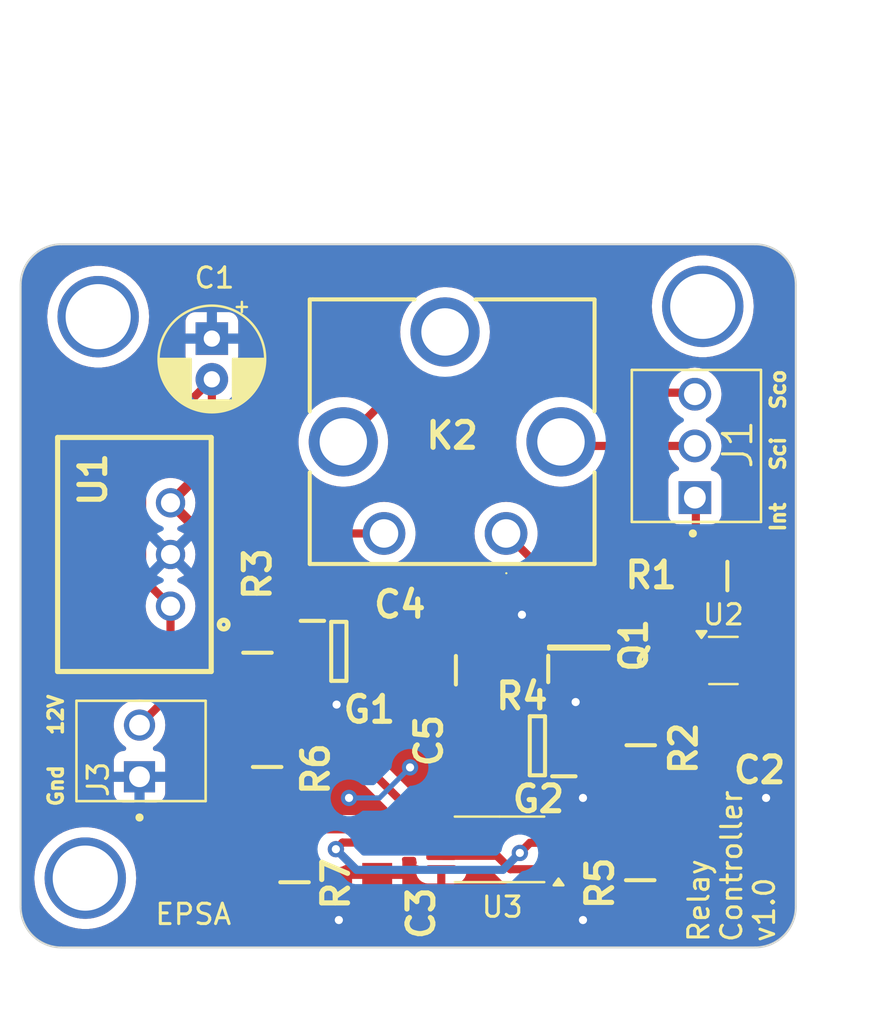
<source format=kicad_pcb>
(kicad_pcb (version 20240108) (generator "pcbnew") (generator_version "8.0")
  (layers (0 "F.Cu" signal) (31 "B.Cu" signal) (34 "B.Paste" user) (35 "F.Paste" user) (36 "B.SilkS" user "B.Silkscreen") (37 "F.SilkS" user "F.Silkscreen") (38 "B.Mask" user) (39 "F.Mask" user) (44 "Edge.Cuts" user))
  (net 0 "")
  (net 1 "GND")
  (net 2 "+12V")
  (net 3 "+5V")
  (net 4 "/SCS_Compliance")
  (net 5 "Net-(G1-Pad4)")
  (net 6 "Net-(G1-Pad1)")
  (net 7 "/SC in")
  (net 8 "/SC out")
  (net 10 "Net-(K2-Pad1)")
  (net 11 "/Relay_Closed")
  (net 12 "/Raw_Relay_Closed")
  (net 13 "/0.75V")
  (net 14 "/4.25V")
  (net 15 "Net-(Q1-Pad1)")
  (footprint "EPSA_lib:RESC3216X70N" (layer "F.Cu") (at 184.598 67.099)
    (property "Reference" "R1" (at -3.75 -0.043 0) (layer "F.SilkS") (effects (font (size 1.27 1.27) (thickness 0.254))))
    (property "Value" "500k" (hide yes))
    (fp_line (start 0 -0.7) (end 0 0.7) (stroke (width 0.2)) (layer "F.SilkS"))
    (pad "1" smd rect (at -1.55 0) (size 1.05 1.8) (layers "F.Cu" "F.Paste" "F.Mask") (net 12 "/Raw_Relay_Closed"))
    (pad "2" smd rect (at 1.55 0) (size 1.05 1.8) (layers "F.Cu" "F.Paste" "F.Mask") (net 1 "GND"))
  )
  (footprint "EPSA_lib:CP112V" (layer "F.Cu") (at 173.7195 65.0065 180)
    (property "Reference" "K2" (at 2.65 4.808 180) (layer "F.SilkS") (effects (font (size 1.27 1.27) (thickness 0.254))))
    (property "Value" "Relais PCB" (hide yes))
    (fp_line (start 9.65 11.5) (end 9.65 6) (stroke (width 0.2)) (layer "F.SilkS"))
    (fp_line (start 9.65 -1.5) (end 9.65 3) (stroke (width 0.2)) (layer "F.SilkS"))
    (fp_line (start 9.5 11.5) (end 9.65 11.5) (stroke (width 0.2)) (layer "F.SilkS"))
    (fp_line (start 4.5 11.5) (end 9.5 11.5) (stroke (width 0.2)) (layer "F.SilkS"))
    (fp_line (start 0.014 -1.956) (end 0.014 -1.956) (stroke (width 0.053)) (layer "F.SilkS"))
    (fp_line (start -0.039 -1.956) (end -0.039 -1.956) (stroke (width 0.053)) (layer "F.SilkS"))
    (fp_line (start -4.35 11.5) (end 1.5 11.5) (stroke (width 0.2)) (layer "F.SilkS"))
    (fp_line (start -4.35 6) (end -4.35 11.5) (stroke (width 0.2)) (layer "F.SilkS"))
    (fp_line (start -4.35 3) (end -4.35 -1.5) (stroke (width 0.2)) (layer "F.SilkS"))
    (fp_line (start -4.35 -1.5) (end 9.65 -1.5) (stroke (width 0.2)) (layer "F.SilkS"))
    (fp_arc (start 0.014 -1.955) (mid -0.013 -1.929) (end -0.039 -1.956) (stroke (width 0.053)) (layer "F.SilkS"))
    (fp_arc (start -0.039 -1.955) (mid -0.013 -1.982) (end 0.014 -1.956) (stroke (width 0.053)) (layer "F.SilkS"))
    (pad "1" thru_hole circle (at 0 0 180) (size 2.1 2.1) (drill 1.4) (layers "*.Cu" "*.Mask") (net 10 "Net-(K2-Pad1)"))
    (pad "2" thru_hole circle (at -2.7 4.5 180) (size 3.4 3.4) (drill 2.33) (layers "*.Cu" "*.Mask") (net 7 "/SC in"))
    (pad "3" thru_hole circle (at 3 9.9 180) (size 3.4 3.4) (drill 2.33) (layers "*.Cu" "*.Mask"))
    (pad "4" thru_hole circle (at 8 4.5 180) (size 3.4 3.4) (drill 2.33) (layers "*.Cu" "*.Mask") (net 8 "/SC out"))
    (pad "5" thru_hole circle (at 6 0 180) (size 2.1 2.1) (drill 1.4) (layers "*.Cu" "*.Mask") (net 2 "+12V"))
  )
  (footprint "EPSA_lib:CAPC2012X130N" (layer "F.Cu") (at 171.704 75.692 -90)
    (property "Reference" "C5" (at -0.508 1.778 90) (layer "F.SilkS") (effects (font (size 1.27 1.27) (thickness 0.254))))
    (property "Value" "10n" (hide yes))
    (pad "1" smd rect (at -0.82 0 270) (size 1.07 1.47) (layers "F.Cu" "F.Paste" "F.Mask") (net 1 "GND"))
    (pad "2" smd rect (at 0.82 0 270) (size 1.07 1.47) (layers "F.Cu" "F.Paste" "F.Mask") (net 3 "+5V"))
  )
  (footprint "Package_SO:TSSOP-8_4.4x3mm_P0.65mm" (layer "F.Cu") (at 173.3981 80.5278 180)
    (property "Reference" "U3" (at -0.1347 -2.835 180) (layer "F.SilkS"))
    (property "Value" "Opamp_Dual")
    (fp_line (start 0 1.61) (end 2.2 1.61) (stroke (width 0.12)) (layer "F.SilkS"))
    (fp_line (start 0 1.61) (end -2.2 1.61) (stroke (width 0.12)) (layer "F.SilkS"))
    (fp_line (start 0 -1.61) (end 2.2 -1.61) (stroke (width 0.12)) (layer "F.SilkS"))
    (fp_line (start 0 -1.61) (end -2.2 -1.61) (stroke (width 0.12)) (layer "F.SilkS"))
    (fp_poly (pts (xy -2.9 -1.435) (xy -3.14 -1.765) (xy -2.66 -1.765) (xy -2.9 -1.435)) (stroke (width 0.12)) (fill solid) (layer "F.SilkS"))
    (pad "1" smd roundrect (at -2.8625 -0.975 180) (size 1.475 0.4) (layers "F.Cu" "F.Paste" "F.Mask") (net 4 "/SCS_Compliance"))
    (pad "2" smd roundrect (at -2.8625 -0.325 180) (size 1.475 0.4) (layers "F.Cu" "F.Paste" "F.Mask") (net 13 "/0.75V"))
    (pad "3" smd roundrect (at -2.8625 0.325 180) (size 1.475 0.4) (layers "F.Cu" "F.Paste" "F.Mask") (net 11 "/Relay_Closed"))
    (pad "4" smd roundrect (at -2.8625 0.975 180) (size 1.475 0.4) (layers "F.Cu" "F.Paste" "F.Mask") (net 1 "GND"))
    (pad "5" smd roundrect (at 2.8625 0.975 180) (size 1.475 0.4) (layers "F.Cu" "F.Paste" "F.Mask") (net 14 "/4.25V"))
    (pad "6" smd roundrect (at 2.8625 0.325 180) (size 1.475 0.4) (layers "F.Cu" "F.Paste" "F.Mask") (net 11 "/Relay_Closed"))
    (pad "7" smd roundrect (at 2.8625 -0.325 180) (size 1.475 0.4) (layers "F.Cu" "F.Paste" "F.Mask") (net 4 "/SCS_Compliance"))
    (pad "8" smd roundrect (at 2.8625 -0.975 180) (size 1.475 0.4) (layers "F.Cu" "F.Paste" "F.Mask") (net 3 "+5V"))
  )
  (footprint "EPSA_lib:SOT95P280X145-5N" (layer "F.Cu") (at 175.26 75.438 180)
    (property "Reference" "G2" (at -0.0508 -2.6162 180) (layer "F.SilkS") (effects (font (size 1.27 1.27) (thickness 0.254))))
    (property "Value" "Gate NAND SN74AHCT1G00DBVR" (hide yes))
    (fp_line (start 0.375 1.45) (end -0.375 1.45) (stroke (width 0.2)) (layer "F.SilkS"))
    (fp_line (start 0.375 -1.45) (end 0.375 1.45) (stroke (width 0.2)) (layer "F.SilkS"))
    (fp_line (start -0.375 1.45) (end -0.375 -1.45) (stroke (width 0.2)) (layer "F.SilkS"))
    (fp_line (start -0.375 -1.45) (end 0.375 -1.45) (stroke (width 0.2)) (layer "F.SilkS"))
    (fp_line (start -1.875 -1.5) (end -0.725 -1.5) (stroke (width 0.2)) (layer "F.SilkS"))
    (pad "1" smd rect (at -1.3 -0.95 270) (size 0.6 1.15) (layers "F.Cu" "F.Paste" "F.Mask") (net 11 "/Relay_Closed"))
    (pad "2" smd rect (at -1.3 0 270) (size 0.6 1.15) (layers "F.Cu" "F.Paste" "F.Mask") (net 11 "/Relay_Closed"))
    (pad "3" smd rect (at -1.3 0.95 270) (size 0.6 1.15) (layers "F.Cu" "F.Paste" "F.Mask") (net 1 "GND"))
    (pad "4" smd rect (at 1.3 0.95 270) (size 0.6 1.15) (layers "F.Cu" "F.Paste" "F.Mask") (net 6 "Net-(G1-Pad1)"))
    (pad "5" smd rect (at 1.3 -0.95 270) (size 0.6 1.15) (layers "F.Cu" "F.Paste" "F.Mask") (net 3 "+5V"))
  )
  (footprint "EPSA_lib:RESC3216X70N" (layer "F.Cu") (at 161.9758 76.4794 90)
    (property "Reference" "R6" (at -0.1016 2.3876 -90) (layer "F.SilkS") (effects (font (size 1.27 1.27) (thickness 0.254))))
    (property "Value" "12k" (hide yes))
    (fp_line (start 0 -0.7) (end 0 0.7) (stroke (width 0.2)) (layer "F.SilkS"))
    (pad "1" smd rect (at -1.55 0 90) (size 1.05 1.8) (layers "F.Cu" "F.Paste" "F.Mask") (net 14 "/4.25V"))
    (pad "2" smd rect (at 1.55 0 90) (size 1.05 1.8) (layers "F.Cu" "F.Paste" "F.Mask") (net 3 "+5V"))
  )
  (footprint "EPSA_lib:RESC3216X70N" (layer "F.Cu") (at 180.34 75.412 90)
    (property "Reference" "R2" (at -0.153 2.1082 -90) (layer "F.SilkS") (effects (font (size 1.27 1.27) (thickness 0.254))))
    (property "Value" "82k" (hide yes))
    (fp_line (start 0 -0.7) (end 0 0.7) (stroke (width 0.2)) (layer "F.SilkS"))
    (pad "1" smd rect (at -1.55 0 90) (size 1.05 1.8) (layers "F.Cu" "F.Paste" "F.Mask") (net 13 "/0.75V"))
    (pad "2" smd rect (at 1.55 0 90) (size 1.05 1.8) (layers "F.Cu" "F.Paste" "F.Mask") (net 3 "+5V"))
  )
  (footprint "EPSA_lib:SOT95P237X112-3N" (layer "F.Cu") (at 177.292 70.612 90)
    (property "Reference" "Q1" (at 0.112 2.708 -90) (layer "F.SilkS") (effects (font (size 1.27 1.27) (thickness 0.254))))
    (property "Value" "NMOS SQ2348ES-T1_GE3" (hide yes))
    (fp_line (start -1.7 -1.5) (end -0.4 -1.5) (stroke (width 0.2)) (layer "F.SilkS"))
    (fp_line (start 0.05 -1.46) (end 0.05 1.46) (stroke (width 0.2)) (layer "F.SilkS"))
    (fp_line (start -0.05 -1.46) (end 0.05 -1.46) (stroke (width 0.2)) (layer "F.SilkS"))
    (fp_line (start 0.05 1.46) (end -0.05 1.46) (stroke (width 0.2)) (layer "F.SilkS"))
    (fp_line (start -0.05 1.46) (end -0.05 -1.46) (stroke (width 0.2)) (layer "F.SilkS"))
    (pad "1" smd rect (at -1.05 -0.95 180) (size 0.6 1.3) (layers "F.Cu" "F.Paste" "F.Mask") (net 15 "Net-(Q1-Pad1)"))
    (pad "2" smd rect (at -1.05 0.95 180) (size 0.6 1.3) (layers "F.Cu" "F.Paste" "F.Mask") (net 1 "GND"))
    (pad "3" smd rect (at 1.05 0 180) (size 0.6 1.3) (layers "F.Cu" "F.Paste" "F.Mask") (net 10 "Net-(K2-Pad1)"))
  )
  (footprint "EPSA_lib:CAPC2012X130N" (layer "F.Cu") (at 185.548 74.6252 180)
    (property "Reference" "C2" (at -0.634 -2.0066 180) (layer "F.SilkS") (effects (font (size 1.27 1.27) (thickness 0.254))))
    (property "Value" "10n" (hide yes))
    (pad "1" smd rect (at -0.82 0 180) (size 1.07 1.47) (layers "F.Cu" "F.Paste" "F.Mask") (net 1 "GND"))
    (pad "2" smd rect (at 0.82 0 180) (size 1.07 1.47) (layers "F.Cu" "F.Paste" "F.Mask") (net 3 "+5V"))
  )
  (footprint "EPSA_lib:MOLEX_22-11-2032" (layer "F.Cu") (at 183 63.246 90)
    (property "Reference" "J1" (at 2.6162 2.112 -90) (layer "F.SilkS") (effects (font (size 1.4 1.4))))
    (property "Value" "3P Droit 22-11-2032")
    (fp_line (start 6.275 -3.1) (end -1.195 -3.1) (stroke (width 0.127)) (layer "F.SilkS"))
    (fp_line (start -1.195 -3.1) (end -1.195 3.25) (stroke (width 0.127)) (layer "F.SilkS"))
    (fp_line (start 6.275 3.25) (end 6.275 -3.1) (stroke (width 0.127)) (layer "F.SilkS"))
    (fp_line (start -1.195 3.25) (end 6.275 3.25) (stroke (width 0.127)) (layer "F.SilkS"))
    (fp_circle (center -1.76 -0.1) (end -1.66 -0.1) (stroke (width 0.2)) (fill none) (layer "F.SilkS"))
    (pad "1" thru_hole rect (at 0 0 90) (size 1.61 1.61) (drill 1.07) (layers "*.Cu" "*.Mask") (net 12 "/Raw_Relay_Closed"))
    (pad "2" thru_hole circle (at 2.54 0 90) (size 1.61 1.61) (drill 1.07) (layers "*.Cu" "*.Mask") (net 7 "/SC in"))
    (pad "3" thru_hole circle (at 5.08 0 90) (size 1.61 1.61) (drill 1.07) (layers "*.Cu" "*.Mask") (net 8 "/SC out"))
  )
  (footprint "EPSA_lib:MOLEX_22-11-2022" (layer "F.Cu") (at 155.702 76.962 90)
    (property "Reference" "J3" (at -0.127 -2.032 -90) (layer "F.SilkS"))
    (property "Value" "2P Droit 2-11-2022")
    (fp_line (start 3.735 -3.1) (end 3.735 3.25) (stroke (width 0.127)) (layer "F.SilkS"))
    (fp_line (start -1.195 -3.1) (end 3.735 -3.1) (stroke (width 0.127)) (layer "F.SilkS"))
    (fp_line (start 3.735 3.25) (end -1.195 3.25) (stroke (width 0.127)) (layer "F.SilkS"))
    (fp_line (start -1.195 3.25) (end -1.195 -3.1) (stroke (width 0.127)) (layer "F.SilkS"))
    (fp_circle (center -2 0) (end -1.9 0) (stroke (width 0.2)) (fill none) (layer "F.SilkS"))
    (pad "1" thru_hole rect (at 0 0 90) (size 1.53 1.53) (drill 1.02) (layers "*.Cu" "*.Mask") (net 1 "GND"))
    (pad "2" thru_hole circle (at 2.54 0 90) (size 1.53 1.53) (drill 1.02) (layers "*.Cu" "*.Mask") (net 2 "+12V"))
  )
  (footprint "EPSA_lib:CAPC2012X130N" (layer "F.Cu") (at 167.386 82.55 90)
    (property "Reference" "C3" (at -1.1176 2.159 -90) (layer "F.SilkS") (effects (font (size 1.27 1.27) (thickness 0.254))))
    (property "Value" "10n" (hide yes))
    (pad "1" smd rect (at -0.82 0 90) (size 1.07 1.47) (layers "F.Cu" "F.Paste" "F.Mask") (net 1 "GND"))
    (pad "2" smd rect (at 0.82 0 90) (size 1.07 1.47) (layers "F.Cu" "F.Paste" "F.Mask") (net 3 "+5V"))
  )
  (footprint "" (layer "F.Cu") (at 153.035 81.9404)
    (property "Reference" "" (at 0 0 0) (layer "F.SilkS") (effects (font (size 1.27 1.27))))
    (property "Value" "")
    (pad "1" thru_hole circle (at 0 0) (size 4 4) (drill 3.2) (layers "*.Cu" "*.Mask"))
  )
  (footprint "EPSA_lib:CAPC2012X130N" (layer "F.Cu") (at 171.32 69 180)
    (property "Reference" "C4" (at 2.82 0.5 180) (layer "F.SilkS") (effects (font (size 1.27 1.27) (thickness 0.254))))
    (property "Value" "10n" (hide yes))
    (pad "1" smd rect (at -0.82 0 180) (size 1.07 1.47) (layers "F.Cu" "F.Paste" "F.Mask") (net 1 "GND"))
    (pad "2" smd rect (at 0.82 0 180) (size 1.07 1.47) (layers "F.Cu" "F.Paste" "F.Mask") (net 3 "+5V"))
  )
  (footprint "" (layer "F.Cu") (at 153.67 54.356)
    (property "Reference" "" (at 0 0 0) (layer "F.SilkS") (effects (font (size 1.27 1.27))))
    (property "Value" "")
    (pad "1" thru_hole circle (at 0 0) (size 4 4) (drill 3.2) (layers "*.Cu" "*.Mask"))
  )
  (footprint "" (layer "F.Cu") (at 183.388 53.848)
    (property "Reference" "" (at 0 0 0) (layer "F.SilkS") (effects (font (size 1.27 1.27))))
    (property "Value" "")
    (pad "1" thru_hole circle (at 0 0) (size 4 4) (drill 3.2) (layers "*.Cu" "*.Mask"))
  )
  (footprint "EPSA_lib:SOT95P280X145-5N" (layer "F.Cu") (at 165.5 70.8)
    (property "Reference" "G1" (at 1.5 2.86 0) (layer "F.SilkS") (effects (font (size 1.27 1.27) (thickness 0.254))))
    (property "Value" "Gate AND SN74AHCT1G08DBVR" (hide yes))
    (fp_line (start -1.875 -1.5) (end -0.725 -1.5) (stroke (width 0.2)) (layer "F.SilkS"))
    (fp_line (start -0.375 -1.45) (end 0.375 -1.45) (stroke (width 0.2)) (layer "F.SilkS"))
    (fp_line (start -0.375 1.45) (end -0.375 -1.45) (stroke (width 0.2)) (layer "F.SilkS"))
    (fp_line (start 0.375 -1.45) (end 0.375 1.45) (stroke (width 0.2)) (layer "F.SilkS"))
    (fp_line (start 0.375 1.45) (end -0.375 1.45) (stroke (width 0.2)) (layer "F.SilkS"))
    (pad "1" smd rect (at -1.3 -0.95 90) (size 0.6 1.15) (layers "F.Cu" "F.Paste" "F.Mask") (net 6 "Net-(G1-Pad1)"))
    (pad "2" smd rect (at -1.3 0 90) (size 0.6 1.15) (layers "F.Cu" "F.Paste" "F.Mask") (net 4 "/SCS_Compliance"))
    (pad "3" smd rect (at -1.3 0.95 90) (size 0.6 1.15) (layers "F.Cu" "F.Paste" "F.Mask") (net 1 "GND"))
    (pad "4" smd rect (at 1.3 0.95 90) (size 0.6 1.15) (layers "F.Cu" "F.Paste" "F.Mask") (net 5 "Net-(G1-Pad4)"))
    (pad "5" smd rect (at 1.3 -0.95 90) (size 0.6 1.15) (layers "F.Cu" "F.Paste" "F.Mask") (net 3 "+5V"))
  )
  (footprint "EPSA_lib:RESC3216X70N" (layer "F.Cu") (at 171.253732 71.726311)
    (property "Reference" "R4" (at 3.246268 1.273689 0) (layer "F.SilkS") (effects (font (size 1.27 1.27) (thickness 0.254))))
    (property "Value" "1k" (hide yes))
    (fp_line (start 0 -0.7) (end 0 0.7) (stroke (width 0.2)) (layer "F.SilkS"))
    (pad "1" smd rect (at -1.55 0) (size 1.05 1.8) (layers "F.Cu" "F.Paste" "F.Mask") (net 5 "Net-(G1-Pad4)"))
    (pad "2" smd rect (at 1.55 0) (size 1.05 1.8) (layers "F.Cu" "F.Paste" "F.Mask") (net 15 "Net-(Q1-Pad1)"))
  )
  (footprint "EPSA_lib:RESC3216X70N" (layer "F.Cu") (at 180.314 82.042 90)
    (property "Reference" "R5" (at -0.1524 -1.9806 -90) (layer "F.SilkS") (effects (font (size 1.27 1.27) (thickness 0.254))))
    (property "Value" "12k" (hide yes))
    (fp_line (start 0 -0.7) (end 0 0.7) (stroke (width 0.2)) (layer "F.SilkS"))
    (pad "1" smd rect (at -1.55 0 90) (size 1.05 1.8) (layers "F.Cu" "F.Paste" "F.Mask") (net 1 "GND"))
    (pad "2" smd rect (at 1.55 0 90) (size 1.05 1.8) (layers "F.Cu" "F.Paste" "F.Mask") (net 13 "/0.75V"))
  )
  (footprint "EPSA_lib:RESC3216X70N" (layer "F.Cu") (at 163.322 82.1436 90)
    (property "Reference" "R7" (at -0.0762 2.032 -90) (layer "F.SilkS") (effects (font (size 1.27 1.27) (thickness 0.254))))
    (property "Value" "82k" (hide yes))
    (fp_line (start 0 -0.7) (end 0 0.7) (stroke (width 0.2)) (layer "F.SilkS"))
    (pad "1" smd rect (at -1.55 0 90) (size 1.05 1.8) (layers "F.Cu" "F.Paste" "F.Mask") (net 1 "GND"))
    (pad "2" smd rect (at 1.55 0 90) (size 1.05 1.8) (layers "F.Cu" "F.Paste" "F.Mask") (net 14 "/4.25V"))
  )
  (footprint "EPSA_lib:TSR-0.5-2433" (layer "F.Cu") (at 159.226 71.79 90)
    (property "Reference" "U1" (at 9.433 -5.81 -90) (layer "F.SilkS") (effects (font (size 1.27 1.27) (thickness 0.254))))
    (property "Value" "Alim LP TSR_0.5-2450" (hide yes))
    (fp_line (start 11.5 -7.55) (end 0 -7.55) (stroke (width 0.254)) (layer "F.SilkS"))
    (fp_line (start 0 -7.55) (end 0 0) (stroke (width 0.254)) (layer "F.SilkS"))
    (fp_line (start 11.5 0) (end 11.5 -7.55) (stroke (width 0.254)) (layer "F.SilkS"))
    (fp_line (start 0 0) (end 11.5 0) (stroke (width 0.254)) (layer "F.SilkS"))
    (fp_circle (center 2.306 0.613) (end 2.306 0.702) (stroke (width 0.254)) (fill none) (layer "F.SilkS"))
    (pad "1" thru_hole circle (at 3.21 -2 90) (size 1.44 1.44) (drill 0.94) (layers "*.Cu" "*.Mask") (net 2 "+12V"))
    (pad "2" thru_hole circle (at 5.75 -2 90) (size 1.44 1.44) (drill 0.94) (layers "*.Cu" "*.Mask") (net 1 "GND"))
    (pad "3" thru_hole circle (at 8.29 -2 90) (size 1.44 1.44) (drill 0.94) (layers "*.Cu" "*.Mask") (net 3 "+5V"))
  )
  (footprint "EPSA_lib:RESC3216X70N" (layer "F.Cu") (at 161.5 70.866 -90)
    (property "Reference" "R3" (at -3.866 0 90) (layer "F.SilkS") (effects (font (size 1.27 1.27) (thickness 0.254))))
    (property "Value" "10k" (hide yes))
    (fp_line (start 0 -0.7) (end 0 0.7) (stroke (width 0.2)) (layer "F.SilkS"))
    (pad "1" smd rect (at -1.55 0 270) (size 1.05 1.8) (layers "F.Cu" "F.Paste" "F.Mask") (net 3 "+5V"))
    (pad "2" smd rect (at 1.55 0 270) (size 1.05 1.8) (layers "F.Cu" "F.Paste" "F.Mask") (net 4 "/SCS_Compliance"))
  )
  (footprint "Package_TO_SOT_SMD:SOT-353_SC-70-5_Handsoldering" (layer "F.Cu") (at 184.404 71.247)
    (property "Reference" "U2" (at 0 -2.25 0) (layer "F.SilkS"))
    (property "Value" "~")
    (fp_line (start -0.71 -1.16) (end 0.7 -1.16) (stroke (width 0.12)) (layer "F.SilkS"))
    (fp_line (start -0.7 1.16) (end 0.7 1.16) (stroke (width 0.12)) (layer "F.SilkS"))
    (fp_poly (pts (xy -1.08 -1.11) (xy -1.32 -1.44) (xy -0.84 -1.44) (xy -1.08 -1.11)) (stroke (width 0.12)) (fill solid) (layer "F.SilkS"))
    (pad "1" smd roundrect (at -1.33 -0.65) (size 1.5 0.4) (layers "F.Cu" "F.Paste" "F.Mask") (net 12 "/Raw_Relay_Closed"))
    (pad "2" smd roundrect (at -1.33 0) (size 1.5 0.4) (layers "F.Cu" "F.Paste" "F.Mask") (net 11 "/Relay_Closed"))
    (pad "3" smd roundrect (at -1.33 0.65) (size 1.5 0.4) (layers "F.Cu" "F.Paste" "F.Mask") (net 11 "/Relay_Closed"))
    (pad "4" smd roundrect (at 1.33 0.65) (size 1.5 0.4) (layers "F.Cu" "F.Paste" "F.Mask") (net 3 "+5V"))
    (pad "5" smd roundrect (at 1.33 -0.65) (size 1.5 0.4) (layers "F.Cu" "F.Paste" "F.Mask") (net 1 "GND"))
  )
  (footprint "Capacitor_THT:CP_Radial_D5.0mm_P2.00mm" (layer "F.Cu") (at 159.258 55.432888 -90)
    (property "Reference" "C1" (at -2.981888 -0.127002 180) (layer "F.SilkS"))
    (property "Value" "C")
    (fp_line (start 1 1.04) (end 1 2.58) (stroke (width 0.12)) (layer "F.SilkS"))
    (fp_line (start 1.04 1.04) (end 1.04 2.58) (stroke (width 0.12)) (layer "F.SilkS"))
    (fp_line (start 1.08 1.04) (end 1.08 2.579) (stroke (width 0.12)) (layer "F.SilkS"))
    (fp_line (start 1.12 1.04) (end 1.12 2.578) (stroke (width 0.12)) (layer "F.SilkS"))
    (fp_line (start 1.16 1.04) (end 1.16 2.576) (stroke (width 0.12)) (layer "F.SilkS"))
    (fp_line (start 1.2 1.04) (end 1.2 2.573) (stroke (width 0.12)) (layer "F.SilkS"))
    (fp_line (start 1.24 1.04) (end 1.24 2.569) (stroke (width 0.12)) (layer "F.SilkS"))
    (fp_line (start 1.28 1.04) (end 1.28 2.565) (stroke (width 0.12)) (layer "F.SilkS"))
    (fp_line (start 1.32 1.04) (end 1.32 2.561) (stroke (width 0.12)) (layer "F.SilkS"))
    (fp_line (start 1.36 1.04) (end 1.36 2.556) (stroke (width 0.12)) (layer "F.SilkS"))
    (fp_line (start 1.4 1.04) (end 1.4 2.55) (stroke (width 0.12)) (layer "F.SilkS"))
    (fp_line (start 1.44 1.04) (end 1.44 2.543) (stroke (width 0.12)) (layer "F.SilkS"))
    (fp_line (start 1.48 1.04) (end 1.48 2.536) (stroke (width 0.12)) (layer "F.SilkS"))
    (fp_line (start 1.52 1.04) (end 1.52 2.528) (stroke (width 0.12)) (layer "F.SilkS"))
    (fp_line (start 1.56 1.04) (end 1.56 2.52) (stroke (width 0.12)) (layer "F.SilkS"))
    (fp_line (start 1.6 1.04) (end 1.6 2.511) (stroke (width 0.12)) (layer "F.SilkS"))
    (fp_line (start 1.64 1.04) (end 1.64 2.501) (stroke (width 0.12)) (layer "F.SilkS"))
    (fp_line (start 1.68 1.04) (end 1.68 2.491) (stroke (width 0.12)) (layer "F.SilkS"))
    (fp_line (start 1.721 1.04) (end 1.721 2.48) (stroke (width 0.12)) (layer "F.SilkS"))
    (fp_line (start 1.761 1.04) (end 1.761 2.468) (stroke (width 0.12)) (layer "F.SilkS"))
    (fp_line (start 1.801 1.04) (end 1.801 2.455) (stroke (width 0.12)) (layer "F.SilkS"))
    (fp_line (start 1.841 1.04) (end 1.841 2.442) (stroke (width 0.12)) (layer "F.SilkS"))
    (fp_line (start 1.881 1.04) (end 1.881 2.428) (stroke (width 0.12)) (layer "F.SilkS"))
    (fp_line (start 1.921 1.04) (end 1.921 2.414) (stroke (width 0.12)) (layer "F.SilkS"))
    (fp_line (start 1.961 1.04) (end 1.961 2.398) (stroke (width 0.12)) (layer "F.SilkS"))
    (fp_line (start 2.001 1.04) (end 2.001 2.382) (stroke (width 0.12)) (layer "F.SilkS"))
    (fp_line (start 2.041 1.04) (end 2.041 2.365) (stroke (width 0.12)) (layer "F.SilkS"))
    (fp_line (start 2.081 1.04) (end 2.081 2.348) (stroke (width 0.12)) (layer "F.SilkS"))
    (fp_line (start 2.121 1.04) (end 2.121 2.329) (stroke (width 0.12)) (layer "F.SilkS"))
    (fp_line (start 2.161 1.04) (end 2.161 2.31) (stroke (width 0.12)) (layer "F.SilkS"))
    (fp_line (start 2.201 1.04) (end 2.201 2.29) (stroke (width 0.12)) (layer "F.SilkS"))
    (fp_line (start 2.241 1.04) (end 2.241 2.268) (stroke (width 0.12)) (layer "F.SilkS"))
    (fp_line (start 2.281 1.04) (end 2.281 2.247) (stroke (width 0.12)) (layer "F.SilkS"))
    (fp_line (start 2.321 1.04) (end 2.321 2.224) (stroke (width 0.12)) (layer "F.SilkS"))
    (fp_line (start 2.361 1.04) (end 2.361 2.2) (stroke (width 0.12)) (layer "F.SilkS"))
    (fp_line (start 2.401 1.04) (end 2.401 2.175) (stroke (width 0.12)) (layer "F.SilkS"))
    (fp_line (start 2.441 1.04) (end 2.441 2.149) (stroke (width 0.12)) (layer "F.SilkS"))
    (fp_line (start 2.481 1.04) (end 2.481 2.122) (stroke (width 0.12)) (layer "F.SilkS"))
    (fp_line (start 2.521 1.04) (end 2.521 2.095) (stroke (width 0.12)) (layer "F.SilkS"))
    (fp_line (start 2.561 1.04) (end 2.561 2.065) (stroke (width 0.12)) (layer "F.SilkS"))
    (fp_line (start 2.601 1.04) (end 2.601 2.035) (stroke (width 0.12)) (layer "F.SilkS"))
    (fp_line (start 2.641 1.04) (end 2.641 2.004) (stroke (width 0.12)) (layer "F.SilkS"))
    (fp_line (start 2.681 1.04) (end 2.681 1.971) (stroke (width 0.12)) (layer "F.SilkS"))
    (fp_line (start 2.721 1.04) (end 2.721 1.937) (stroke (width 0.12)) (layer "F.SilkS"))
    (fp_line (start 2.761 1.04) (end 2.761 1.901) (stroke (width 0.12)) (layer "F.SilkS"))
    (fp_line (start 2.801 1.04) (end 2.801 1.864) (stroke (width 0.12)) (layer "F.SilkS"))
    (fp_line (start 2.841 1.04) (end 2.841 1.826) (stroke (width 0.12)) (layer "F.SilkS"))
    (fp_line (start 2.881 1.04) (end 2.881 1.785) (stroke (width 0.12)) (layer "F.SilkS"))
    (fp_line (start 2.921 1.04) (end 2.921 1.743) (stroke (width 0.12)) (layer "F.SilkS"))
    (fp_line (start 2.961 1.04) (end 2.961 1.699) (stroke (width 0.12)) (layer "F.SilkS"))
    (fp_line (start 3.001 1.04) (end 3.001 1.653) (stroke (width 0.12)) (layer "F.SilkS"))
    (fp_line (start 3.601 -0.284) (end 3.601 0.284) (stroke (width 0.12)) (layer "F.SilkS"))
    (fp_line (start 3.561 -0.518) (end 3.561 0.518) (stroke (width 0.12)) (layer "F.SilkS"))
    (fp_line (start 3.521 -0.677) (end 3.521 0.677) (stroke (width 0.12)) (layer "F.SilkS"))
    (fp_line (start 3.481 -0.805) (end 3.481 0.805) (stroke (width 0.12)) (layer "F.SilkS"))
    (fp_line (start 3.441 -0.915) (end 3.441 0.915) (stroke (width 0.12)) (layer "F.SilkS"))
    (fp_line (start 3.401 -1.011) (end 3.401 1.011) (stroke (width 0.12)) (layer "F.SilkS"))
    (fp_line (start 3.361 -1.098) (end 3.361 1.098) (stroke (width 0.12)) (layer "F.SilkS"))
    (fp_line (start 3.321 -1.178) (end 3.321 1.178) (stroke (width 0.12)) (layer "F.SilkS"))
    (fp_line (start 3.281 -1.251) (end 3.281 1.251) (stroke (width 0.12)) (layer "F.SilkS"))
    (fp_line (start 3.241 -1.319) (end 3.241 1.319) (stroke (width 0.12)) (layer "F.SilkS"))
    (fp_line (start 3.201 -1.383) (end 3.201 1.383) (stroke (width 0.12)) (layer "F.SilkS"))
    (fp_line (start 3.161 -1.443) (end 3.161 1.443) (stroke (width 0.12)) (layer "F.SilkS"))
    (fp_line (start -1.804775 -1.475) (end -1.304775 -1.475) (stroke (width 0.12)) (layer "F.SilkS"))
    (fp_line (start 3.121 -1.5) (end 3.121 1.5) (stroke (width 0.12)) (layer "F.SilkS"))
    (fp_line (start 3.081 -1.554) (end 3.081 1.554) (stroke (width 0.12)) (layer "F.SilkS"))
    (fp_line (start 3.041 -1.605) (end 3.041 1.605) (stroke (width 0.12)) (layer "F.SilkS"))
    (fp_line (start 3.001 -1.653) (end 3.001 -1.04) (stroke (width 0.12)) (layer "F.SilkS"))
    (fp_line (start 2.961 -1.699) (end 2.961 -1.04) (stroke (width 0.12)) (layer "F.SilkS"))
    (fp_line (start -1.554775 -1.725) (end -1.554775 -1.225) (stroke (width 0.12)) (layer "F.SilkS"))
    (fp_line (start 2.921 -1.743) (end 2.921 -1.04) (stroke (width 0.12)) (layer "F.SilkS"))
    (fp_line (start 2.881 -1.785) (end 2.881 -1.04) (stroke (width 0.12)) (layer "F.SilkS"))
    (fp_line (start 2.841 -1.826) (end 2.841 -1.04) (stroke (width 0.12)) (layer "F.SilkS"))
    (fp_line (start 2.801 -1.864) (end 2.801 -1.04) (stroke (width 0.12)) (layer "F.SilkS"))
    (fp_line (start 2.761 -1.901) (end 2.761 -1.04) (stroke (width 0.12)) (layer "F.SilkS"))
    (fp_line (start 2.721 -1.937) (end 2.721 -1.04) (stroke (width 0.12)) (layer "F.SilkS"))
    (fp_line (start 2.681 -1.971) (end 2.681 -1.04) (stroke (width 0.12)) (layer "F.SilkS"))
    (fp_line (start 2.641 -2.004) (end 2.641 -1.04) (stroke (width 0.12)) (layer "F.SilkS"))
    (fp_line (start 2.601 -2.035) (end 2.601 -1.04) (stroke (width 0.12)) (layer "F.SilkS"))
    (fp_line (start 2.561 -2.065) (end 2.561 -1.04) (stroke (width 0.12)) (layer "F.SilkS"))
    (fp_line (start 2.521 -2.095) (end 2.521 -1.04) (stroke (width 0.12)) (layer "F.SilkS"))
    (fp_line (start 2.481 -2.122) (end 2.481 -1.04) (stroke (width 0.12)) (layer "F.SilkS"))
    (fp_line (start 2.441 -2.149) (end 2.441 -1.04) (stroke (width 0.12)) (layer "F.SilkS"))
    (fp_line (start 2.401 -2.175) (end 2.401 -1.04) (stroke (width 0.12)) (layer "F.SilkS"))
    (fp_line (start 2.361 -2.2) (end 2.361 -1.04) (stroke (width 0.12)) (layer "F.SilkS"))
    (fp_line (start 2.321 -2.224) (end 2.321 -1.04) (stroke (width 0.12)) (layer "F.SilkS"))
    (fp_line (start 2.281 -2.247) (end 2.281 -1.04) (stroke (width 0.12)) (layer "F.SilkS"))
    (fp_line (start 2.241 -2.268) (end 2.241 -1.04) (stroke (width 0.12)) (layer "F.SilkS"))
    (fp_line (start 2.201 -2.29) (end 2.201 -1.04) (stroke (width 0.12)) (layer "F.SilkS"))
    (fp_line (start 2.161 -2.31) (end 2.161 -1.04) (stroke (width 0.12)) (layer "F.SilkS"))
    (fp_line (start 2.121 -2.329) (end 2.121 -1.04) (stroke (width 0.12)) (layer "F.SilkS"))
    (fp_line (start 2.081 -2.348) (end 2.081 -1.04) (stroke (width 0.12)) (layer "F.SilkS"))
    (fp_line (start 2.041 -2.365) (end 2.041 -1.04) (stroke (width 0.12)) (layer "F.SilkS"))
    (fp_line (start 2.001 -2.382) (end 2.001 -1.04) (stroke (width 0.12)) (layer "F.SilkS"))
    (fp_line (start 1.961 -2.398) (end 1.961 -1.04) (stroke (width 0.12)) (layer "F.SilkS"))
    (fp_line (start 1.921 -2.414) (end 1.921 -1.04) (stroke (width 0.12)) (layer "F.SilkS"))
    (fp_line (start 1.881 -2.428) (end 1.881 -1.04) (stroke (width 0.12)) (layer "F.SilkS"))
    (fp_line (start 1.841 -2.442) (end 1.841 -1.04) (stroke (width 0.12)) (layer "F.SilkS"))
    (fp_line (start 1.801 -2.455) (end 1.801 -1.04) (stroke (width 0.12)) (layer "F.SilkS"))
    (fp_line (start 1.761 -2.468) (end 1.761 -1.04) (stroke (width 0.12)) (layer "F.SilkS"))
    (fp_line (start 1.721 -2.48) (end 1.721 -1.04) (stroke (width 0.12)) (layer "F.SilkS"))
    (fp_line (start 1.68 -2.491) (end 1.68 -1.04) (stroke (width 0.12)) (layer "F.SilkS"))
    (fp_line (start 1.64 -2.501) (end 1.64 -1.04) (stroke (width 0.12)) (layer "F.SilkS"))
    (fp_line (start 1.6 -2.511) (end 1.6 -1.04) (stroke (width 0.12)) (layer "F.SilkS"))
    (fp_line (start 1.56 -2.52) (end 1.56 -1.04) (stroke (width 0.12)) (layer "F.SilkS"))
    (fp_line (start 1.52 -2.528) (end 1.52 -1.04) (stroke (width 0.12)) (layer "F.SilkS"))
    (fp_line (start 1.48 -2.536) (end 1.48 -1.04) (stroke (width 0.12)) (layer "F.SilkS"))
    (fp_line (start 1.44 -2.543) (end 1.44 -1.04) (stroke (width 0.12)) (layer "F.SilkS"))
    (fp_line (start 1.4 -2.55) (end 1.4 -1.04) (stroke (width 0.12)) (layer "F.SilkS"))
    (fp_line (start 1.36 -2.556) (end 1.36 -1.04) (stroke (width 0.12)) (layer "F.SilkS"))
    (fp_line (start 1.32 -2.561) (end 1.32 -1.04) (stroke (width 0.12)) (layer "F.SilkS"))
    (fp_line (start 1.28 -2.565) (end 1.28 -1.04) (stroke (width 0.12)) (layer "F.SilkS"))
    (fp_line (start 1.24 -2.569) (end 1.24 -1.04) (stroke (width 0.12)) (layer "F.SilkS"))
    (fp_line (start 1.2 -2.573) (end 1.2 -1.04) (stroke (width 0.12)) (layer "F.SilkS"))
    (fp_line (start 1.16 -2.576) (end 1.16 -1.04) (stroke (width 0.12)) (layer "F.SilkS"))
    (fp_line (start 1.12 -2.578) (end 1.12 -1.04) (stroke (width 0.12)) (layer "F.SilkS"))
    (fp_line (start 1.08 -2.579) (end 1.08 -1.04) (stroke (width 0.12)) (layer "F.SilkS"))
    (fp_line (start 1 -2.58) (end 1 -1.04) (stroke (width 0.12)) (layer "F.SilkS"))
    (fp_line (start 1.04 -2.58) (end 1.04 -1.04) (stroke (width 0.12)) (layer "F.SilkS"))
    (fp_circle (center 1 0) (end 3.62 0) (stroke (width 0.12)) (fill none) (layer "F.SilkS"))
    (pad "1" thru_hole rect (at 0 0 270) (size 1.6 1.6) (drill 0.8) (layers "*.Cu" "*.Mask") (net 1 "GND"))
    (pad "2" thru_hole circle (at 2 0 270) (size 1.6 1.6) (drill 0.8) (layers "*.Cu" "*.Mask") (net 2 "+12V"))
  )
  (gr_line (start 149.86 83.344) (end 149.86 52.8) (stroke (width 0.1)) (layer "Edge.Cuts"))
  (gr_arc (start 187.96 83.344) (mid 187.374214 84.758214) (end 185.96 85.344) (stroke (width 0.1)) (layer "Edge.Cuts"))
  (gr_arc (start 149.86 52.8) (mid 150.445786 51.385786) (end 151.86 50.8) (stroke (width 0.1)) (layer "Edge.Cuts"))
  (gr_arc (start 151.86 85.344) (mid 150.445786 84.758214) (end 149.86 83.344) (stroke (width 0.1)) (layer "Edge.Cuts"))
  (gr_line (start 185.96 85.344) (end 151.86 85.344) (stroke (width 0.1)) (layer "Edge.Cuts"))
  (gr_arc (start 185.96 50.8) (mid 187.374214 51.385786) (end 187.96 52.8) (stroke (width 0.1)) (layer "Edge.Cuts"))
  (gr_line (start 151.86 50.8) (end 185.96 50.8) (stroke (width 0.1)) (layer "Edge.Cuts"))
  (gr_line (start 187.96 52.8) (end 187.96 83.344) (stroke (width 0.1)) (layer "Edge.Cuts"))
  (gr_text "Int" (at 187.5 65 90) (layer "F.SilkS") (effects (font (size 0.7 0.7) (thickness 0.175) (bold yes)) (justify left bottom)))
  (gr_text "Sci" (at 187.5 62 90) (layer "F.SilkS") (effects (font (size 0.7 0.7) (thickness 0.175) (bold yes)) (justify left bottom)))
  (gr_text "12V" (at 152 75 90) (layer "F.SilkS") (effects (font (size 0.7 0.7) (thickness 0.175) (bold yes)) (justify left bottom)))
  (gr_text "Gnd" (at 152 78.5 90) (layer "F.SilkS") (effects (font (size 0.7 0.7) (thickness 0.175) (bold yes)) (justify left bottom)))
  (gr_text "Relay\nController\nv1.0" (at 187 85.1662 90) (layer "F.SilkS") (effects (font (size 1 1)) (justify left bottom)))
  (gr_text "EPSA" (at 156.3878 84.3026 0) (layer "F.SilkS") (effects (font (size 1 1)) (justify left bottom)))
  (gr_text "Sco" (at 187.5 59 90) (layer "F.SilkS") (effects (font (size 0.7 0.7) (thickness 0.175) (bold yes)) (justify left bottom)))
  (segment (start 164.2 72.225) (end 164.2 71.75) (width 0.4) (layer "F.Cu") (net 1))
  (segment (start 187.5 71.613001) (end 187.5 70) (width 0.4) (layer "F.Cu") (net 1))
  (segment (start 165.1936 83.6936) (end 163.322 83.6936) (width 0.4) (layer "F.Cu") (net 1))
  (segment (start 180.314 83.592) (end 177.908 83.592) (width 0.4) (layer "F.Cu") (net 1))
  (segment (start 176.56 73.869552) (end 177.139651 73.289901) (width 0.25) (layer "F.Cu") (net 1))
  (segment (start 186.368 74.6252) (end 187.3748 74.6252) (width 0.4) (layer "F.Cu") (net 1))
  (segment (start 165.389 73.414) (end 164.2 72.225) (width 0.4) (layer "F.Cu") (net 1))
  (segment (start 166.13 83.37) (end 167.386 83.37) (width 0.4) (layer "F.Cu") (net 1))
  (segment (start 165.389 73.414) (end 165.389 73.889) (width 0.4) (layer "F.Cu") (net 1))
  (segment (start 176.56 74.488) (end 176.56 73.869552) (width 0.25) (layer "F.Cu") (net 1))
  (segment (start 177.908 83.592) (end 177.5 84) (width 0.4) (layer "F.Cu") (net 1))
  (segment (start 187.5 74.5) (end 187.5 71.613001) (width 0.4) (layer "F.Cu") (net 1))
  (segment (start 186.368 77.868) (end 186.5 78) (width 0.4) (layer "F.Cu") (net 1))
  (segment (start 178.242 72.758) (end 178.242 71.662) (width 0.25) (layer "F.Cu") (net 1))
  (segment (start 187.5 70) (end 186.148 68.648) (width 0.4) (layer "F.Cu") (net 1))
  (segment (start 187.5 71.613001) (end 186.483999 70.597) (width 0.4) (layer "F.Cu") (net 1))
  (segment (start 186.368 74.6252) (end 186.368 77.868) (width 0.4) (layer "F.Cu") (net 1))
  (segment (start 177.710099 73.289901) (end 178.242 72.758) (width 0.25) (layer "F.Cu") (net 1))
  (segment (start 172.14 69) (end 174.5 69) (width 0.25) (layer "F.Cu") (net 1))
  (segment (start 165.5 84) (end 165.1936 83.6936) (width 0.4) (layer "F.Cu") (net 1))
  (segment (start 166.372 74.872) (end 171.704 74.872) (width 0.4) (layer "F.Cu") (net 1))
  (segment (start 165.5 84) (end 166.13 83.37) (width 0.4) (layer "F.Cu") (net 1))
  (segment (start 167.0624 83.6936) (end 167.386 83.37) (width 0.25) (layer "F.Cu") (net 1))
  (segment (start 176.2606 79.2394) (end 177.5 78) (width 0.25) (layer "F.Cu") (net 1))
  (segment (start 187.3748 74.6252) (end 187.5 74.5) (width 0.4) (layer "F.Cu") (net 1))
  (segment (start 176.2606 79.5528) (end 176.2606 79.2394) (width 0.25) (layer "F.Cu") (net 1))
  (segment (start 177.139651 73.289901) (end 177.710099 73.289901) (width 0.25) (layer "F.Cu") (net 1))
  (segment (start 186.148 68.648) (end 186.148 67.099) (width 0.4) (layer "F.Cu") (net 1))
  (segment (start 186.483999 70.597) (end 185.734 70.597) (width 0.25) (layer "F.Cu") (net 1))
  (segment (start 165.389 73.889) (end 166.372 74.872) (width 0.4) (layer "F.Cu") (net 1))
  (via (at 165.5 84) (size 0.8) (drill 0.4) (layers "F.Cu" "B.Cu") (net 1))
  (via (at 174.5 69) (size 0.8) (drill 0.4) (layers "F.Cu" "B.Cu") (net 1))
  (via (at 177.5 84) (size 0.8) (drill 0.4) (layers "F.Cu" "B.Cu") (net 1))
  (via (at 177.139651 73.289901) (size 0.8) (drill 0.4) (layers "F.Cu" "B.Cu") (net 1))
  (via (at 177.5 78) (size 0.8) (drill 0.4) (layers "F.Cu" "B.Cu") (net 1))
  (via (at 186.5 78) (size 0.8) (drill 0.4) (layers "F.Cu" "B.Cu") (net 1))
  (via (at 165.389 73.414) (size 0.8) (drill 0.4) (layers "F.Cu" "B.Cu") (net 1))
  (segment (start 157.226 68.58) (end 157.226 72.898) (width 0.4) (layer "F.Cu") (net 2))
  (segment (start 167.7195 65.0065) (end 162.7965 65.0065) (width 0.4) (layer "F.Cu") (net 2))
  (segment (start 159.258 61.468) (end 159.258 57.432888) (width 0.4) (layer "F.Cu") (net 2))
  (segment (start 159.258 57.432888) (end 155.829 60.861888) (width 0.4) (layer "F.Cu") (net 2))
  (segment (start 155.829 60.861888) (end 155.829 67.183) (width 0.4) (layer "F.Cu") (net 2))
  (segment (start 157.226 72.898) (end 155.702 74.422) (width 0.4) (layer "F.Cu") (net 2))
  (segment (start 162.7965 65.0065) (end 159.258 61.468) (width 0.4) (layer "F.Cu") (net 2))
  (segment (start 155.829 67.183) (end 157.226 68.58) (width 0.4) (layer "F.Cu") (net 2))
  (segment (start 171.828 76.388) (end 171.704 76.512) (width 0.4) (layer "F.Cu") (net 3))
  (segment (start 161.5 69.316) (end 161.78 69.596) (width 0.4) (layer "F.Cu") (net 3))
  (segment (start 185.734 72.766) (end 185.734 71.897) (width 0.4) (layer "F.Cu") (net 3))
  (segment (start 184.728 73.772) (end 185.734 72.766) (width 0.4) (layer "F.Cu") (net 3))
  (segment (start 184.728 74.6252) (end 184.728 73.772) (width 0.4) (layer "F.Cu") (net 3))
  (segment (start 170.5356 81.5028) (end 167.6132 81.5028) (width 0.25) (layer "F.Cu") (net 3))
  (segment (start 166.953 81.493) (end 166.936 81.476) (width 0.4) (layer "F.Cu") (net 3))
  (segment (start 161.9758 74.9294) (end 161.9758 74.9554) (width 0.4) (layer "F.Cu") (net 3))
  (segment (start 167.6132 81.5028) (end 167.386 81.73) (width 0.25) (layer "F.Cu") (net 3))
  (via (at 166 78) (size 0.8) (drill 0.4) (layers "F.Cu" "B.Cu") (net 3))
  (via (at 169 76.5) (size 0.8) (drill 0.4) (layers "F.Cu" "B.Cu") (net 3))
  (segment (start 166 78) (end 167.5 78) (width 0.25) (layer "B.Cu") (net 3))
  (segment (start 167.5 78) (end 169 76.5) (width 0.25) (layer "B.Cu") (net 3))
  (segment (start 173.932978 81.5028) (end 176.2606 81.5028) (width 0.4) (layer "F.Cu") (net 4))
  (segment (start 173.273178 80.843) (end 173.932978 81.5028) (width 0.4) (layer "F.Cu") (net 4))
  (segment (start 163.116 70.8) (end 161.5 72.416) (width 0.4) (layer "F.Cu") (net 4))
  (segment (start 164.2 70.8) (end 163.116 70.8) (width 0.4) (layer "F.Cu") (net 4))
  (segment (start 171.170178 78.74) (end 169.138 78.74) (width 0.4) (layer "F.Cu") (net 4))
  (segment (start 162.814 72.416) (end 161.5 72.416) (width 0.4) (layer "F.Cu") (net 4))
  (segment (start 169.138 78.74) (end 162.814 72.416) (width 0.4) (layer "F.Cu") (net 4))
  (segment (start 170.6195 80.843) (end 173.273178 80.843) (width 0.4) (layer "F.Cu") (net 4))
  (segment (start 173.932978 81.5028) (end 171.170178 78.74) (width 0.4) (layer "F.Cu") (net 4))
  (segment (start 166.823689 71.726311) (end 166.8 71.75) (width 0.25) (layer "F.Cu") (net 5))
  (segment (start 169.703732 71.726311) (end 166.823689 71.726311) (width 0.25) (layer "F.Cu") (net 5))
  (segment (start 164.2 69.85) (end 165.025 69.85) (width 0.25) (layer "F.Cu") (net 6))
  (segment (start 165.5 72) (end 167 73.5) (width 0.25) (layer "F.Cu") (net 6))
  (segment (start 165.025 69.85) (end 165.5 70.325) (width 0.25) (layer "F.Cu") (net 6))
  (segment (start 167 73.5) (end 172.972 73.5) (width 0.25) (layer "F.Cu") (net 6))
  (segment (start 165.5 70.325) (end 165.5 72) (width 0.25) (layer "F.Cu") (net 6))
  (segment (start 172.972 73.5) (end 173.96 74.488) (width 0.25) (layer "F.Cu") (net 6))
  (segment (start 183 60.706) (end 176.619 60.706) (width 0.4) (layer "F.Cu") (net 7))
  (segment (start 176.619 60.706) (end 176.4195 60.5065) (width 0.4) (layer "F.Cu") (net 7))
  (segment (start 183 58.166) (end 182.9238 58.0898) (width 0.4) (layer "F.Cu") (net 8))
  (segment (start 182.9238 58.0898) (end 168.1362 58.0898) (width 0.4) (layer "F.Cu") (net 8))
  (segment (start 168.1362 58.0898) (end 165.7195 60.5065) (width 0.4) (layer "F.Cu") (net 8))
  (segment (start 177.292 69.562) (end 177.292 68.579) (width 0.4) (layer "F.Cu") (net 10))
  (segment (start 177.292 68.579) (end 173.7195 65.0065) (width 0.4) (layer "F.Cu") (net 10))
  (segment (start 174.8964 80.2028) (end 176.2606 80.2028) (width 0.4) (layer "F.Cu") (net 11))
  (segment (start 178.0136 80.2028) (end 176.2606 80.2028) (width 0.4) (layer "F.Cu") (net 11))
  (segment (start 178.5112 79.7052) (end 178.0136 80.2028) (width 0.4) (layer "F.Cu") (net 11))
  (segment (start 179.639 75.438) (end 178.5112 76.5658) (width 0.4) (layer "F.Cu") (net 11))
  (segment (start 174.3964 80.7028) (end 174.8964 80.2028) (width 0.4) (layer "F.Cu") (net 11))
  (segment (start 178.5112 76.5658) (end 178.5112 79.7052) (width 0.4) (layer "F.Cu") (net 11))
  (segment (start 176.56 75.438) (end 176.56 76.388) (width 0.4) (layer "F.Cu") (net 11))
  (segment (start 183.074 73.353) (end 183.074 71.897) (width 0.4) (layer "F.Cu") (net 11))
  (segment (start 165.354 80.518) (end 165.679 80.193) (width 0.4) (layer "F.Cu") (net 11))
  (segment (start 180.989 75.438) (end 179.639 75.438) (width 0.4) (layer "F.Cu") (net 11))
  (segment (start 165.679 80.193) (end 170.6195 80.193) (width 0.4) (layer "F.Cu") (net 11))
  (segment (start 183.074 71.247) (end 183.074 71.897) (width 0.4) (layer "F.Cu") (net 11))
  (segment (start 180.989 75.438) (end 183.074 73.353) (width 0.4) (layer "F.Cu") (net 11))
  (segment (start 176.56 75.438) (end 180.989 75.438) (width 0.4) (layer "F.Cu") (net 11))
  (via (at 165.354 80.518) (size 0.8) (drill 0.4) (layers "F.Cu" "B.Cu") (net 11))
  (via (at 174.3964 80.7028) (size 0.8) (drill 0.4) (layers "F.Cu" "B.Cu") (net 11))
  (segment (start 174.3964 80.7028) (end 173.5652 81.534) (width 0.4) (layer "B.Cu") (net 11))
  (segment (start 173.5652 81.534) (end 166.37 81.534) (width 0.4) (layer "B.Cu") (net 11))
  (segment (start 166.37 81.534) (end 165.354 80.518) (width 0.4) (layer "B.Cu") (net 11))
  (segment (start 183.048 67.099) (end 183.048 70.571) (width 0.4) (layer "F.Cu") (net 12))
  (segment (start 183.048 63.294) (end 183 63.246) (width 0.4) (layer "F.Cu") (net 12))
  (segment (start 183.048 67.099) (end 183.048 63.294) (width 0.4) (layer "F.Cu") (net 12))
  (segment (start 183.388 66.759) (end 183.048 67.099) (width 0.4) (layer "F.Cu") (net 12))
  (segment (start 183.048 70.571) (end 183.074 70.597) (width 0.4) (layer "F.Cu") (net 12))
  (segment (start 178.971 80.893) (end 178.921 80.843) (width 0.4) (layer "F.Cu") (net 13))
  (segment (start 178.921 80.843) (end 176.3445 80.843) (width 0.4) (layer "F.Cu") (net 13))
  (segment (start 180.314 80.492) (end 179.913 80.893) (width 0.4) (layer "F.Cu") (net 13))
  (segment (start 180.34 80.466) (end 180.314 80.492) (width 0.4) (layer "F.Cu") (net 13))
  (segment (start 179.913 80.893) (end 178.971 80.893) (width 0.4) (layer "F.Cu") (net 13))
  (segment (start 180.34 76.962) (end 180.34 80.466) (width 0.4) (layer "F.Cu") (net 13))
  (segment (start 161.9758 79.2474) (end 163.322 80.5936) (width 0.4) (layer "F.Cu") (net 14))
  (segment (start 164.3726 79.543) (end 163.322 80.5936) (width 0.4) (layer "F.Cu") (net 14))
  (segment (start 170.6195 79.543) (end 164.3726 79.543) (width 0.4) (layer "F.Cu") (net 14))
  (segment (start 161.9758 78.0294) (end 161.9758 79.2474) (width 0.4) (layer "F.Cu") (net 14))
  (segment (start 176.145 71.859) (end 176.342 71.662) (width 0.4) (layer "F.Cu") (net 15))
  (segment (start 176.277689 71.726311) (end 176.342 71.662) (width 0.25) (layer "F.Cu") (net 15))
  (segment (start 172.803732 71.726311) (end 176.277689 71.726311) (width 0.25) (layer "F.Cu") (net 15))
  (zone (net 3) (net_name "+5V") (layer "F.Cu") (connect_pads (clearance 0.5)) (min_thickness 0.25) (fill yes (thermal_gap 0.5) (thermal_bridge_width 0.5))
    (polygon (pts (xy 148.844 49.53) (xy 148.844 86.106) (xy 188.976 85.852) (xy 188.976 49.53)))
  )
  (zone (net 1) (net_name "GND") (layer "B.Cu") (connect_pads (clearance 0.5)) (min_thickness 0.25) (fill yes (thermal_gap 0.5) (thermal_bridge_width 0.5))
    (polygon (pts (xy 148.844 49.5) (xy 148.844 86.076) (xy 188.976 85.822) (xy 188.976 49.5)))
  )
)
</source>
